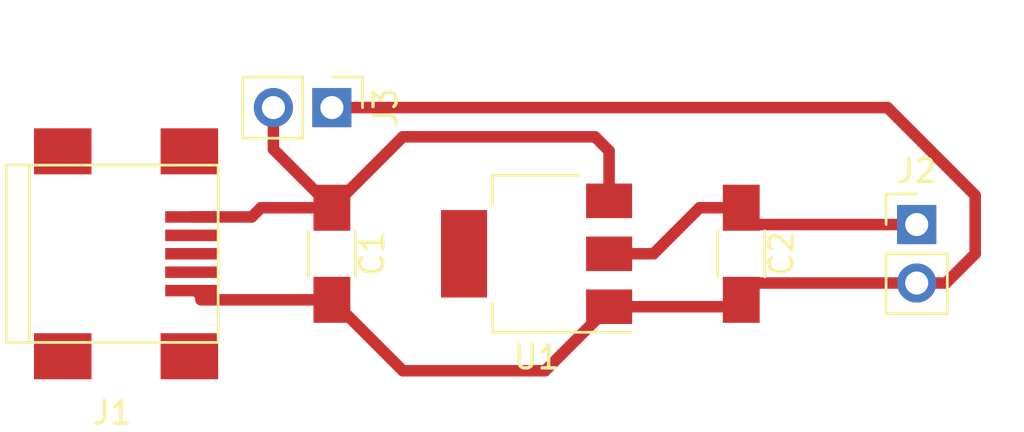
<source format=kicad_pcb>
(kicad_pcb (version 20170922) (host pcbnew "(2017-11-15 revision 370c3b068)-master")

  (general
    (thickness 1.6)
    (drawings 0)
    (tracks 27)
    (zones 0)
    (modules 6)
    (nets 8)
  )

  (page A4)
  (layers
    (0 F.Cu signal)
    (31 B.Cu signal hide)
    (32 B.Adhes user hide)
    (33 F.Adhes user hide)
    (34 B.Paste user hide)
    (35 F.Paste user hide)
    (36 B.SilkS user hide)
    (37 F.SilkS user)
    (38 B.Mask user hide)
    (39 F.Mask user hide)
    (40 Dwgs.User user hide)
    (41 Cmts.User user hide)
    (42 Eco1.User user hide)
    (43 Eco2.User user hide)
    (44 Edge.Cuts user hide)
    (45 Margin user hide)
    (46 B.CrtYd user hide)
    (47 F.CrtYd user)
    (48 B.Fab user hide)
    (49 F.Fab user)
  )

  (setup
    (last_trace_width 0.5)
    (user_trace_width 0.5)
    (user_trace_width 0.5)
    (user_trace_width 0.5)
    (user_trace_width 0.5)
    (user_trace_width 0.5)
    (user_trace_width 0.5)
    (user_trace_width 0.5)
    (user_trace_width 0.5)
    (trace_clearance 0.2)
    (zone_clearance 0.508)
    (zone_45_only no)
    (trace_min 0.2)
    (segment_width 0.2)
    (edge_width 0.15)
    (via_size 0.6)
    (via_drill 0.4)
    (via_min_size 0.4)
    (via_min_drill 0.3)
    (uvia_size 0.3)
    (uvia_drill 0.1)
    (uvias_allowed no)
    (uvia_min_size 0.2)
    (uvia_min_drill 0.1)
    (pcb_text_width 0.3)
    (pcb_text_size 1.5 1.5)
    (mod_edge_width 0.15)
    (mod_text_size 1 1)
    (mod_text_width 0.15)
    (pad_size 1.524 1.524)
    (pad_drill 0.762)
    (pad_to_mask_clearance 0.2)
    (aux_axis_origin 0 0)
    (visible_elements FFFFE37F)
    (pcbplotparams
      (layerselection 0x00000_00000001)
      (usegerberextensions false)
      (usegerberattributes true)
      (usegerberadvancedattributes true)
      (creategerberjobfile true)
      (excludeedgelayer false)
      (linewidth 0.100000)
      (plotframeref false)
      (viasonmask true)
      (mode 1)
      (useauxorigin false)
      (hpglpennumber 1)
      (hpglpenspeed 20)
      (hpglpendiameter 15)
      (psnegative true)
      (psa4output false)
      (plotreference false)
      (plotvalue false)
      (plotinvisibletext false)
      (padsonsilk false)
      (subtractmaskfromsilk false)
      (outputformat 4)
      (mirror true)
      (drillshape 0)
      (scaleselection 1)
      (outputdirectory ""))
  )

  (net 0 "")
  (net 1 "Net-(C1-Pad1)")
  (net 2 GND)
  (net 3 +3V3)
  (net 4 "Net-(J1-Pad2)")
  (net 5 "Net-(J1-Pad3)")
  (net 6 "Net-(J1-Pad4)")
  (net 7 "Net-(J1-Pad6)")

  (net_class Default "This is the default net class."
    (clearance 0.2)
    (trace_width 0.5)
    (via_dia 0.6)
    (via_drill 0.4)
    (uvia_dia 0.3)
    (uvia_drill 0.1)
    (add_net +3V3)
    (add_net GND)
    (add_net "Net-(C1-Pad1)")
    (add_net "Net-(J1-Pad2)")
    (add_net "Net-(J1-Pad3)")
    (add_net "Net-(J1-Pad4)")
    (add_net "Net-(J1-Pad6)")
  )

  (module Capacitors_SMD:C_1206_HandSoldering (layer F.Cu) (tedit 58AA84D1) (tstamp 5A093B82)
    (at 139.7 101.6 270)
    (descr "Capacitor SMD 1206, hand soldering")
    (tags "capacitor 1206")
    (path /5A0939CA)
    (attr smd)
    (fp_text reference C1 (at 0 -1.75 270) (layer F.SilkS)
      (effects (font (size 1 1) (thickness 0.15)))
    )
    (fp_text value C (at 0 2 270) (layer F.Fab)
      (effects (font (size 1 1) (thickness 0.15)))
    )
    (fp_text user %R (at 0 -1.75 270) (layer F.Fab)
      (effects (font (size 1 1) (thickness 0.15)))
    )
    (fp_line (start -1.6 0.8) (end -1.6 -0.8) (layer F.Fab) (width 0.1))
    (fp_line (start 1.6 0.8) (end -1.6 0.8) (layer F.Fab) (width 0.1))
    (fp_line (start 1.6 -0.8) (end 1.6 0.8) (layer F.Fab) (width 0.1))
    (fp_line (start -1.6 -0.8) (end 1.6 -0.8) (layer F.Fab) (width 0.1))
    (fp_line (start 1 -1.02) (end -1 -1.02) (layer F.SilkS) (width 0.12))
    (fp_line (start -1 1.02) (end 1 1.02) (layer F.SilkS) (width 0.12))
    (fp_line (start -3.25 -1.05) (end 3.25 -1.05) (layer F.CrtYd) (width 0.05))
    (fp_line (start -3.25 -1.05) (end -3.25 1.05) (layer F.CrtYd) (width 0.05))
    (fp_line (start 3.25 1.05) (end 3.25 -1.05) (layer F.CrtYd) (width 0.05))
    (fp_line (start 3.25 1.05) (end -3.25 1.05) (layer F.CrtYd) (width 0.05))
    (pad 1 smd rect (at -2 0 270) (size 2 1.6) (layers F.Cu F.Paste F.Mask)
      (net 1 "Net-(C1-Pad1)"))
    (pad 2 smd rect (at 2 0 270) (size 2 1.6) (layers F.Cu F.Paste F.Mask)
      (net 2 GND))
    (model Capacitors_SMD.3dshapes/C_1206.wrl
      (at (xyz 0 0 0))
      (scale (xyz 1 1 1))
      (rotate (xyz 0 0 0))
    )
  )

  (module Capacitors_SMD:C_1206_HandSoldering (layer F.Cu) (tedit 5A093B54) (tstamp 5A093B93)
    (at 157.48 101.6 270)
    (descr "Capacitor SMD 1206, hand soldering")
    (tags "capacitor 1206")
    (path /5A093ACA)
    (attr smd)
    (fp_text reference C2 (at 0 -1.75 270) (layer F.SilkS)
      (effects (font (size 1 1) (thickness 0.15)))
    )
    (fp_text value C (at 0 2) (layer F.Fab)
      (effects (font (size 1 1) (thickness 0.15)))
    )
    (fp_text user %R (at 0 -1.75 270) (layer F.Fab)
      (effects (font (size 1 1) (thickness 0.15)))
    )
    (fp_line (start -1.6 0.8) (end -1.6 -0.8) (layer F.Fab) (width 0.1))
    (fp_line (start 1.6 0.8) (end -1.6 0.8) (layer F.Fab) (width 0.1))
    (fp_line (start 1.6 -0.8) (end 1.6 0.8) (layer F.Fab) (width 0.1))
    (fp_line (start -1.6 -0.8) (end 1.6 -0.8) (layer F.Fab) (width 0.1))
    (fp_line (start 1 -1.02) (end -1 -1.02) (layer F.SilkS) (width 0.12))
    (fp_line (start -1 1.02) (end 1 1.02) (layer F.SilkS) (width 0.12))
    (fp_line (start -3.25 -1.05) (end 3.25 -1.05) (layer F.CrtYd) (width 0.05))
    (fp_line (start -3.25 -1.05) (end -3.25 1.05) (layer F.CrtYd) (width 0.05))
    (fp_line (start 3.25 1.05) (end 3.25 -1.05) (layer F.CrtYd) (width 0.05))
    (fp_line (start 3.25 1.05) (end -3.25 1.05) (layer F.CrtYd) (width 0.05))
    (pad 1 smd rect (at -2 0 270) (size 2 1.6) (layers F.Cu F.Paste F.Mask)
      (net 3 +3V3))
    (pad 2 smd rect (at 2 0 270) (size 2 1.6) (layers F.Cu F.Paste F.Mask)
      (net 2 GND))
    (model Capacitors_SMD.3dshapes/C_1206.wrl
      (at (xyz 0 0 0))
      (scale (xyz 1 1 1))
      (rotate (xyz 0 0 0))
    )
  )

  (module Connectors:USB_Mini-B (layer F.Cu) (tedit 5543E571) (tstamp 5A093BAB)
    (at 130.81 101.6)
    (descr "USB Mini-B 5-pin SMD connector")
    (tags "USB USB_B USB_Mini connector")
    (path /5A0936B4)
    (attr smd)
    (fp_text reference J1 (at -0.65 6.9) (layer F.SilkS)
      (effects (font (size 1 1) (thickness 0.15)))
    )
    (fp_text value USB_OTG (at -0.65 -7.1) (layer F.Fab)
      (effects (font (size 1 1) (thickness 0.15)))
    )
    (fp_line (start -5.5 -5.7) (end 4.2 -5.7) (layer F.CrtYd) (width 0.05))
    (fp_line (start 4.2 -5.7) (end 4.2 5.7) (layer F.CrtYd) (width 0.05))
    (fp_line (start 4.2 5.7) (end -5.5 5.7) (layer F.CrtYd) (width 0.05))
    (fp_line (start -5.5 5.7) (end -5.5 -5.7) (layer F.CrtYd) (width 0.05))
    (fp_line (start -4.25 -3.85) (end -4.25 3.85) (layer F.SilkS) (width 0.12))
    (fp_line (start -5.25 -3.85) (end -5.25 3.85) (layer F.SilkS) (width 0.12))
    (fp_line (start -5.25 3.85) (end 3.95 3.85) (layer F.SilkS) (width 0.12))
    (fp_line (start 3.95 3.85) (end 3.95 -3.85) (layer F.SilkS) (width 0.12))
    (fp_line (start 3.95 -3.85) (end -5.25 -3.85) (layer F.SilkS) (width 0.12))
    (pad 1 smd rect (at 2.8 -1.6) (size 2.3 0.5) (layers F.Cu F.Paste F.Mask)
      (net 1 "Net-(C1-Pad1)"))
    (pad 2 smd rect (at 2.8 -0.8) (size 2.3 0.5) (layers F.Cu F.Paste F.Mask)
      (net 4 "Net-(J1-Pad2)"))
    (pad 3 smd rect (at 2.8 0) (size 2.3 0.5) (layers F.Cu F.Paste F.Mask)
      (net 5 "Net-(J1-Pad3)"))
    (pad 4 smd rect (at 2.8 0.8) (size 2.3 0.5) (layers F.Cu F.Paste F.Mask)
      (net 6 "Net-(J1-Pad4)"))
    (pad 5 smd rect (at 2.8 1.6) (size 2.3 0.5) (layers F.Cu F.Paste F.Mask)
      (net 2 GND))
    (pad 6 smd rect (at 2.7 -4.45) (size 2.5 2) (layers F.Cu F.Paste F.Mask)
      (net 7 "Net-(J1-Pad6)"))
    (pad 6 smd rect (at -2.8 -4.45) (size 2.5 2) (layers F.Cu F.Paste F.Mask)
      (net 7 "Net-(J1-Pad6)"))
    (pad 6 smd rect (at 2.7 4.45) (size 2.5 2) (layers F.Cu F.Paste F.Mask)
      (net 7 "Net-(J1-Pad6)"))
    (pad 6 smd rect (at -2.8 4.45) (size 2.5 2) (layers F.Cu F.Paste F.Mask)
      (net 7 "Net-(J1-Pad6)"))
    (pad "" np_thru_hole circle (at 0.2 -2.2) (size 0.9 0.9) (drill 0.9) (layers *.Cu *.Mask))
    (pad "" np_thru_hole circle (at 0.2 2.2) (size 0.9 0.9) (drill 0.9) (layers *.Cu *.Mask))
  )

  (module Pin_Headers:Pin_Header_Straight_1x02_Pitch2.54mm (layer F.Cu) (tedit 59650532) (tstamp 5A093BC1)
    (at 165.1 100.33)
    (descr "Through hole straight pin header, 1x02, 2.54mm pitch, single row")
    (tags "Through hole pin header THT 1x02 2.54mm single row")
    (path /5A0937ED)
    (fp_text reference J2 (at 0 -2.33) (layer F.SilkS)
      (effects (font (size 1 1) (thickness 0.15)))
    )
    (fp_text value Conn_01x02 (at 0 4.87) (layer F.Fab)
      (effects (font (size 1 1) (thickness 0.15)))
    )
    (fp_line (start -0.635 -1.27) (end 1.27 -1.27) (layer F.Fab) (width 0.1))
    (fp_line (start 1.27 -1.27) (end 1.27 3.81) (layer F.Fab) (width 0.1))
    (fp_line (start 1.27 3.81) (end -1.27 3.81) (layer F.Fab) (width 0.1))
    (fp_line (start -1.27 3.81) (end -1.27 -0.635) (layer F.Fab) (width 0.1))
    (fp_line (start -1.27 -0.635) (end -0.635 -1.27) (layer F.Fab) (width 0.1))
    (fp_line (start -1.33 3.87) (end 1.33 3.87) (layer F.SilkS) (width 0.12))
    (fp_line (start -1.33 1.27) (end -1.33 3.87) (layer F.SilkS) (width 0.12))
    (fp_line (start 1.33 1.27) (end 1.33 3.87) (layer F.SilkS) (width 0.12))
    (fp_line (start -1.33 1.27) (end 1.33 1.27) (layer F.SilkS) (width 0.12))
    (fp_line (start -1.33 0) (end -1.33 -1.33) (layer F.SilkS) (width 0.12))
    (fp_line (start -1.33 -1.33) (end 0 -1.33) (layer F.SilkS) (width 0.12))
    (fp_line (start -1.8 -1.8) (end -1.8 4.35) (layer F.CrtYd) (width 0.05))
    (fp_line (start -1.8 4.35) (end 1.8 4.35) (layer F.CrtYd) (width 0.05))
    (fp_line (start 1.8 4.35) (end 1.8 -1.8) (layer F.CrtYd) (width 0.05))
    (fp_line (start 1.8 -1.8) (end -1.8 -1.8) (layer F.CrtYd) (width 0.05))
    (fp_text user %R (at 0 1.27 90) (layer F.Fab)
      (effects (font (size 1 1) (thickness 0.15)))
    )
    (pad 1 thru_hole rect (at 0 0) (size 1.7 1.7) (drill 1) (layers *.Cu *.Mask)
      (net 3 +3V3))
    (pad 2 thru_hole oval (at 0 2.54) (size 1.7 1.7) (drill 1) (layers *.Cu *.Mask)
      (net 2 GND))
    (model ${KISYS3DMOD}/Pin_Headers.3dshapes/Pin_Header_Straight_1x02_Pitch2.54mm.wrl
      (at (xyz 0 0 0))
      (scale (xyz 1 1 1))
      (rotate (xyz 0 0 0))
    )
  )

  (module TO_SOT_Packages_SMD:SOT-223-3_TabPin2 (layer F.Cu) (tedit 58CE4E7E) (tstamp 5A093BD7)
    (at 148.59 101.6 180)
    (descr "module CMS SOT223 4 pins")
    (tags "CMS SOT")
    (path /5A09373B)
    (attr smd)
    (fp_text reference U1 (at 0 -4.5 180) (layer F.SilkS)
      (effects (font (size 1 1) (thickness 0.15)))
    )
    (fp_text value AP1117-33 (at 0 4.5 180) (layer F.Fab)
      (effects (font (size 1 1) (thickness 0.15)))
    )
    (fp_text user %R (at 0 0 270) (layer F.Fab)
      (effects (font (size 0.8 0.8) (thickness 0.12)))
    )
    (fp_line (start 1.91 3.41) (end 1.91 2.15) (layer F.SilkS) (width 0.12))
    (fp_line (start 1.91 -3.41) (end 1.91 -2.15) (layer F.SilkS) (width 0.12))
    (fp_line (start 4.4 -3.6) (end -4.4 -3.6) (layer F.CrtYd) (width 0.05))
    (fp_line (start 4.4 3.6) (end 4.4 -3.6) (layer F.CrtYd) (width 0.05))
    (fp_line (start -4.4 3.6) (end 4.4 3.6) (layer F.CrtYd) (width 0.05))
    (fp_line (start -4.4 -3.6) (end -4.4 3.6) (layer F.CrtYd) (width 0.05))
    (fp_line (start -1.85 -2.35) (end -0.85 -3.35) (layer F.Fab) (width 0.1))
    (fp_line (start -1.85 -2.35) (end -1.85 3.35) (layer F.Fab) (width 0.1))
    (fp_line (start -1.85 3.41) (end 1.91 3.41) (layer F.SilkS) (width 0.12))
    (fp_line (start -0.85 -3.35) (end 1.85 -3.35) (layer F.Fab) (width 0.1))
    (fp_line (start -4.1 -3.41) (end 1.91 -3.41) (layer F.SilkS) (width 0.12))
    (fp_line (start -1.85 3.35) (end 1.85 3.35) (layer F.Fab) (width 0.1))
    (fp_line (start 1.85 -3.35) (end 1.85 3.35) (layer F.Fab) (width 0.1))
    (pad 2 smd rect (at 3.15 0 180) (size 2 3.8) (layers F.Cu F.Paste F.Mask)
      (net 3 +3V3))
    (pad 2 smd rect (at -3.15 0 180) (size 2 1.5) (layers F.Cu F.Paste F.Mask)
      (net 3 +3V3))
    (pad 3 smd rect (at -3.15 2.3 180) (size 2 1.5) (layers F.Cu F.Paste F.Mask)
      (net 1 "Net-(C1-Pad1)"))
    (pad 1 smd rect (at -3.15 -2.3 180) (size 2 1.5) (layers F.Cu F.Paste F.Mask)
      (net 2 GND))
    (model ${KISYS3DMOD}/TO_SOT_Packages_SMD.3dshapes/SOT-223.wrl
      (at (xyz 0 0 0))
      (scale (xyz 1 1 1))
      (rotate (xyz 0 0 0))
    )
  )

  (module Pin_Headers:Pin_Header_Straight_1x02_Pitch2.54mm (layer F.Cu) (tedit 59650532) (tstamp 5A095BA9)
    (at 139.7 95.25 270)
    (descr "Through hole straight pin header, 1x02, 2.54mm pitch, single row")
    (tags "Through hole pin header THT 1x02 2.54mm single row")
    (path /5A095C47)
    (fp_text reference J3 (at 0 -2.33 270) (layer F.SilkS)
      (effects (font (size 1 1) (thickness 0.15)))
    )
    (fp_text value Conn_01x02 (at 0 4.87 270) (layer F.Fab)
      (effects (font (size 1 1) (thickness 0.15)))
    )
    (fp_line (start -0.635 -1.27) (end 1.27 -1.27) (layer F.Fab) (width 0.1))
    (fp_line (start 1.27 -1.27) (end 1.27 3.81) (layer F.Fab) (width 0.1))
    (fp_line (start 1.27 3.81) (end -1.27 3.81) (layer F.Fab) (width 0.1))
    (fp_line (start -1.27 3.81) (end -1.27 -0.635) (layer F.Fab) (width 0.1))
    (fp_line (start -1.27 -0.635) (end -0.635 -1.27) (layer F.Fab) (width 0.1))
    (fp_line (start -1.33 3.87) (end 1.33 3.87) (layer F.SilkS) (width 0.12))
    (fp_line (start -1.33 1.27) (end -1.33 3.87) (layer F.SilkS) (width 0.12))
    (fp_line (start 1.33 1.27) (end 1.33 3.87) (layer F.SilkS) (width 0.12))
    (fp_line (start -1.33 1.27) (end 1.33 1.27) (layer F.SilkS) (width 0.12))
    (fp_line (start -1.33 0) (end -1.33 -1.33) (layer F.SilkS) (width 0.12))
    (fp_line (start -1.33 -1.33) (end 0 -1.33) (layer F.SilkS) (width 0.12))
    (fp_line (start -1.8 -1.8) (end -1.8 4.35) (layer F.CrtYd) (width 0.05))
    (fp_line (start -1.8 4.35) (end 1.8 4.35) (layer F.CrtYd) (width 0.05))
    (fp_line (start 1.8 4.35) (end 1.8 -1.8) (layer F.CrtYd) (width 0.05))
    (fp_line (start 1.8 -1.8) (end -1.8 -1.8) (layer F.CrtYd) (width 0.05))
    (fp_text user %R (at 0 1.27) (layer F.Fab)
      (effects (font (size 1 1) (thickness 0.15)))
    )
    (pad 1 thru_hole rect (at 0 0 270) (size 1.7 1.7) (drill 1) (layers *.Cu *.Mask)
      (net 2 GND))
    (pad 2 thru_hole oval (at 0 2.54 270) (size 1.7 1.7) (drill 1) (layers *.Cu *.Mask)
      (net 1 "Net-(C1-Pad1)"))
    (model ${KISYS3DMOD}/Pin_Headers.3dshapes/Pin_Header_Straight_1x02_Pitch2.54mm.wrl
      (at (xyz 0 0 0))
      (scale (xyz 1 1 1))
      (rotate (xyz 0 0 0))
    )
  )

  (segment (start 137.16 95.25) (end 137.16 97.06) (width 0.5) (layer F.Cu) (net 1))
  (segment (start 137.16 97.06) (end 139.7 99.6) (width 0.5) (layer F.Cu) (net 1) (tstamp 5A095C3D))
  (segment (start 133.61 100) (end 136.22 100) (width 0.5) (layer F.Cu) (net 1))
  (segment (start 136.62 99.6) (end 139.7 99.6) (width 0.5) (layer F.Cu) (net 1) (tstamp 5A093E01))
  (segment (start 136.22 100) (end 136.62 99.6) (width 0.5) (layer F.Cu) (net 1) (tstamp 5A093DFF))
  (segment (start 151.74 99.3) (end 151.74 97.13) (width 0.5) (layer F.Cu) (net 1))
  (segment (start 142.78 96.52) (end 139.7 99.6) (width 0.5) (layer F.Cu) (net 1) (tstamp 5A093DE2))
  (segment (start 151.13 96.52) (end 142.78 96.52) (width 0.5) (layer F.Cu) (net 1) (tstamp 5A093DE1))
  (segment (start 151.74 97.13) (end 151.13 96.52) (width 0.5) (layer F.Cu) (net 1) (tstamp 5A093DE0))
  (segment (start 139.7 95.25) (end 163.83 95.25) (width 0.5) (layer F.Cu) (net 2))
  (segment (start 166.37 102.87) (end 165.1 102.87) (width 0.5) (layer F.Cu) (net 2) (tstamp 5A095C46))
  (segment (start 167.64 101.6) (end 166.37 102.87) (width 0.5) (layer F.Cu) (net 2) (tstamp 5A095C45))
  (segment (start 167.64 99.06) (end 167.64 101.6) (width 0.5) (layer F.Cu) (net 2) (tstamp 5A095C43))
  (segment (start 163.83 95.25) (end 167.64 99.06) (width 0.5) (layer F.Cu) (net 2) (tstamp 5A095C41))
  (segment (start 165.1 102.87) (end 158.21 102.87) (width 0.5) (layer F.Cu) (net 2))
  (segment (start 158.21 102.87) (end 157.18 103.9) (width 0.25) (layer F.Cu) (net 2) (tstamp 5A093DCE))
  (segment (start 157.18 103.9) (end 151.74 103.9) (width 0.5) (layer F.Cu) (net 2) (tstamp 5A093DCF))
  (segment (start 151.74 103.9) (end 148.96 106.68) (width 0.5) (layer F.Cu) (net 2) (tstamp 5A093DD0))
  (segment (start 148.96 106.68) (end 142.78 106.68) (width 0.5) (layer F.Cu) (net 2) (tstamp 5A093DD1))
  (segment (start 142.78 106.68) (end 139.7 103.6) (width 0.5) (layer F.Cu) (net 2) (tstamp 5A093DD3))
  (segment (start 139.7 103.6) (end 134.01 103.6) (width 0.5) (layer F.Cu) (net 2) (tstamp 5A093DD5))
  (segment (start 134.01 103.6) (end 133.61 103.2) (width 0.25) (layer F.Cu) (net 2) (tstamp 5A093DD6))
  (segment (start 157.48 99.6) (end 155.67 99.6) (width 0.5) (layer F.Cu) (net 3))
  (segment (start 153.67 101.6) (end 151.74 101.6) (width 0.5) (layer F.Cu) (net 3) (tstamp 5A093DDD))
  (segment (start 155.67 99.6) (end 153.67 101.6) (width 0.5) (layer F.Cu) (net 3) (tstamp 5A093DDC))
  (segment (start 165.1 100.33) (end 158.21 100.33) (width 0.5) (layer F.Cu) (net 3))
  (segment (start 158.21 100.33) (end 157.48 99.6) (width 0.25) (layer F.Cu) (net 3) (tstamp 5A093DD9))

)

</source>
